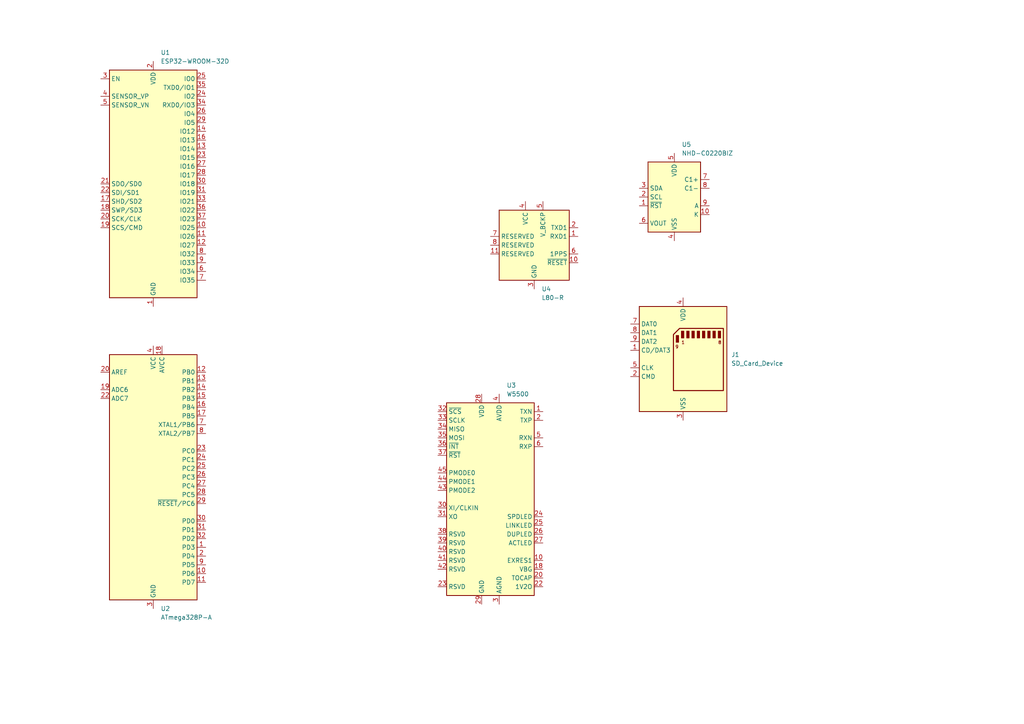
<source format=kicad_sch>
(kicad_sch (version 20250114) (generator "eeschema") (generator_version "9.0")
  (paper "A4")
  (lib_symbols
    (symbol "Connector:SD_Card_Device"
      (property "Reference" "J" (at -11.938 17.018 0))
      (property "Value" "SD_Card_Device" (at 9.144 -17.272 0))
      (symbol "SD_Card_Device_0_1"
        (rectangle (start -2.032 6.858) (end -1.27 4.826) (fill (type outline)))
        (rectangle (start -0.508 8.128) (end 0.254 6.096) (fill (type outline)))
        (rectangle (start 1.016 8.128) (end 1.778 6.096) (fill (type outline)))
        (rectangle (start 2.54 8.128) (end 3.302 6.096) (fill (type outline)))
        (rectangle (start 4.064 8.128) (end 4.826 6.096) (fill (type outline)))
        (rectangle (start 5.588 8.128) (end 6.35 6.096) (fill (type outline)))
        (rectangle (start 7.112 8.128) (end 7.874 6.096) (fill (type outline)))
        (rectangle (start 8.636 8.128) (end 9.398 6.096) (fill (type outline)))
        (rectangle (start 10.16 8.128) (end 10.922 6.096) (fill (type outline)))
      )
      (symbol "SD_Card_Device_1_1"
        (rectangle (start -12.7 15.24) (end 12.7 -15.24) (stroke (width 0.254)) (fill (type background)))
        (polyline (pts (xy -1.016 8.89) (xy 11.684 8.89) (xy 11.684 -9.144) (xy -2.794 -9.144) (xy -2.794 7.112) (xy -1.016 8.89)) (stroke (width 0.3)))
        (text "9" (at -1.778 3.556 0) (effects (font (size 0.9 0.9))))
        (text "1" (at 0 4.826 0) (effects (font (size 0.9 0.9))))
        (text "8" (at 10.668 4.826 0) (effects (font (size 0.9 0.9))))
        (pin bidirectional line (at -15.24 10.16 0) (length 2.54) (name "DAT0") (number "7"))
        (pin bidirectional line (at -15.24 7.62 0) (length 2.54) (name "DAT1") (number "8"))
        (pin bidirectional line (at -15.24 5.08 0) (length 2.54) (name "DAT2") (number "9"))
        (pin bidirectional line (at -15.24 2.54 0) (length 2.54) (name "CD/DAT3") (number "1"))
        (pin input line (at -15.24 -2.54 0) (length 2.54) (name "CLK") (number "5"))
        (pin bidirectional line (at -15.24 -5.08 0) (length 2.54) (name "CMD") (number "2"))
        (pin power_in line (at 0 17.78 270) (length 2.54) (name "VDD") (number "4"))
        (pin power_in line (at 0 -17.78 90) (length 2.54) (name "VSS") (number "3"))
        (pin passive line (at 0 -17.78 90) (length 2.54) (hide yes) (name "VSS") (number "6"))
      )
    )
    (symbol "Display_Character:NHD-C0220BIZ"
      (property "Reference" "U" (at -6.35 11.43 0))
      (property "Value" "NHD-C0220BIZ" (at 8.89 11.43 0))
      (symbol "NHD-C0220BIZ_0_1"
        (rectangle (start -7.62 10.16) (end 7.62 -10.16) (stroke (width 0.254)) (fill (type background)))
      )
      (symbol "NHD-C0220BIZ_1_1"
        (pin bidirectional line (at -10.16 2.54 0) (length 2.54) (name "SDA") (number "3"))
        (pin input line (at -10.16 0 0) (length 2.54) (name "SCL") (number "2"))
        (pin input line (at -10.16 -2.54 0) (length 2.54) (name "~{RST}") (number "1"))
        (pin passive line (at -10.16 -7.62 0) (length 2.54) (name "VOUT") (number "6"))
        (pin power_in line (at 0 12.7 270) (length 2.54) (name "VDD") (number "5"))
        (pin power_in line (at 0 -12.7 90) (length 2.54) (name "VSS") (number "4"))
        (pin passive line (at 10.16 5.08 180) (length 2.54) (name "C1+") (number "7"))
        (pin passive line (at 10.16 2.54 180) (length 2.54) (name "C1-") (number "8"))
        (pin passive line (at 10.16 -2.54 180) (length 2.54) (name "A") (number "9"))
        (pin passive line (at 10.16 -5.08 180) (length 2.54) (name "K") (number "10"))
      )
    )
    (symbol "Interface_Ethernet:W5500"
      (property "Reference" "U" (at -11.43 29.21 0))
      (property "Value" "W5500" (at 8.89 29.21 0))
      (symbol "W5500_0_1"
        (rectangle (start -12.7 27.94) (end 12.7 -27.94) (stroke (width 0.254)) (fill (type background)))
      )
      (symbol "W5500_1_1"
        (pin input line (at -15.24 25.4 0) (length 2.54) (name "~{SCS}") (number "32"))
        (pin input line (at -15.24 22.86 0) (length 2.54) (name "SCLK") (number "33"))
        (pin output line (at -15.24 20.32 0) (length 2.54) (name "MISO") (number "34"))
        (pin input line (at -15.24 17.78 0) (length 2.54) (name "MOSI") (number "35"))
        (pin input line (at -15.24 15.24 0) (length 2.54) (name "~{INT}") (number "36"))
        (pin input line (at -15.24 12.7 0) (length 2.54) (name "~{RST}") (number "37"))
        (pin input line (at -15.24 7.62 0) (length 2.54) (name "PMODE0") (number "45"))
        (pin input line (at -15.24 5.08 0) (length 2.54) (name "PMODE1") (number "44"))
        (pin input line (at -15.24 2.54 0) (length 2.54) (name "PMODE2") (number "43"))
        (pin input line (at -15.24 -2.54 0) (length 2.54) (name "XI/CLKIN") (number "30"))
        (pin output line (at -15.24 -5.08 0) (length 2.54) (name "XO") (number "31"))
        (pin input line (at -15.24 -10.16 0) (length 2.54) (name "RSVD") (number "38"))
        (pin input line (at -15.24 -12.7 0) (length 2.54) (name "RSVD") (number "39"))
        (pin input line (at -15.24 -15.24 0) (length 2.54) (name "RSVD") (number "40"))
        (pin input line (at -15.24 -17.78 0) (length 2.54) (name "RSVD") (number "41"))
        (pin input line (at -15.24 -20.32 0) (length 2.54) (name "RSVD") (number "42"))
        (pin input line (at -15.24 -25.4 0) (length 2.54) (name "RSVD") (number "23"))
        (pin power_in line (at -2.54 30.48 270) (length 2.54) (name "VDD") (number "28"))
        (pin power_in line (at -2.54 -30.48 90) (length 2.54) (name "GND") (number "29"))
        (pin passive line (at 2.54 30.48 270) (length 2.54) (hide yes) (name "AVDD") (number "11"))
        (pin passive line (at 2.54 30.48 270) (length 2.54) (hide yes) (name "AVDD") (number "15"))
        (pin passive line (at 2.54 30.48 270) (length 2.54) (hide yes) (name "AVDD") (number "17"))
        (pin passive line (at 2.54 30.48 270) (length 2.54) (hide yes) (name "AVDD") (number "21"))
        (pin power_in line (at 2.54 30.48 270) (length 2.54) (name "AVDD") (number "4"))
        (pin passive line (at 2.54 30.48 270) (length 2.54) (hide yes) (name "AVDD") (number "8"))
        (pin passive line (at 2.54 -30.48 90) (length 2.54) (hide yes) (name "AGND") (number "14"))
        (pin passive line (at 2.54 -30.48 90) (length 2.54) (hide yes) (name "AGND") (number "16"))
        (pin passive line (at 2.54 -30.48 90) (length 2.54) (hide yes) (name "AGND") (number "19"))
        (pin power_in line (at 2.54 -30.48 90) (length 2.54) (name "AGND") (number "3"))
        (pin passive line (at 2.54 -30.48 90) (length 2.54) (hide yes) (name "AGND") (number "48"))
        (pin passive line (at 2.54 -30.48 90) (length 2.54) (hide yes) (name "AGND") (number "9"))
        (pin no_connect line (at 12.7 10.16 180) (length 2.54) (hide yes) (name "DNC") (number "7"))
        (pin no_connect line (at 12.7 7.62 180) (length 2.54) (hide yes) (name "NC") (number "12"))
        (pin no_connect line (at 12.7 5.08 180) (length 2.54) (hide yes) (name "NC") (number "13"))
        (pin no_connect line (at 12.7 2.54 180) (length 2.54) (hide yes) (name "NC") (number "46"))
        (pin no_connect line (at 12.7 0 180) (length 2.54) (hide yes) (name "NC") (number "47"))
        (pin output line (at 15.24 25.4 180) (length 2.54) (name "TXN") (number "1"))
        (pin output line (at 15.24 22.86 180) (length 2.54) (name "TXP") (number "2"))
        (pin input line (at 15.24 17.78 180) (length 2.54) (name "RXN") (number "5"))
        (pin input line (at 15.24 15.24 180) (length 2.54) (name "RXP") (number "6"))
        (pin output line (at 15.24 -5.08 180) (length 2.54) (name "SPDLED") (number "24"))
        (pin output line (at 15.24 -7.62 180) (length 2.54) (name "LINKLED") (number "25"))
        (pin output line (at 15.24 -10.16 180) (length 2.54) (name "DUPLED") (number "26"))
        (pin output line (at 15.24 -12.7 180) (length 2.54) (name "ACTLED") (number "27"))
        (pin passive line (at 15.24 -17.78 180) (length 2.54) (name "EXRES1") (number "10"))
        (pin passive line (at 15.24 -20.32 180) (length 2.54) (name "VBG") (number "18"))
        (pin passive line (at 15.24 -22.86 180) (length 2.54) (name "TOCAP") (number "20"))
        (pin output line (at 15.24 -25.4 180) (length 2.54) (name "1V2O") (number "22"))
      )
    )
    (symbol "MCU_Microchip_ATmega:ATmega328P-A"
      (property "Reference" "U" (at -12.7 36.83 0))
      (property "Value" "ATmega328P-A" (at 2.54 -36.83 0))
      (symbol "ATmega328P-A_0_1"
        (rectangle (start -12.7 -35.56) (end 12.7 35.56) (stroke (width 0.254)) (fill (type background)))
      )
      (symbol "ATmega328P-A_1_1"
        (pin passive line (at -15.24 30.48 0) (length 2.54) (name "AREF") (number "20"))
        (pin input line (at -15.24 25.4 0) (length 2.54) (name "ADC6") (number "19"))
        (pin input line (at -15.24 22.86 0) (length 2.54) (name "ADC7") (number "22"))
        (pin power_in line (at 0 38.1 270) (length 2.54) (name "VCC") (number "4"))
        (pin passive line (at 0 38.1 270) (length 2.54) (hide yes) (name "VCC") (number "6"))
        (pin passive line (at 0 -38.1 90) (length 2.54) (hide yes) (name "GND") (number "21"))
        (pin power_in line (at 0 -38.1 90) (length 2.54) (name "GND") (number "3"))
        (pin passive line (at 0 -38.1 90) (length 2.54) (hide yes) (name "GND") (number "5"))
        (pin power_in line (at 2.54 38.1 270) (length 2.54) (name "AVCC") (number "18"))
        (pin bidirectional line (at 15.24 30.48 180) (length 2.54) (name "PB0") (number "12"))
        (pin bidirectional line (at 15.24 27.94 180) (length 2.54) (name "PB1") (number "13"))
        (pin bidirectional line (at 15.24 25.4 180) (length 2.54) (name "PB2") (number "14"))
        (pin bidirectional line (at 15.24 22.86 180) (length 2.54) (name "PB3") (number "15"))
        (pin bidirectional line (at 15.24 20.32 180) (length 2.54) (name "PB4") (number "16"))
        (pin bidirectional line (at 15.24 17.78 180) (length 2.54) (name "PB5") (number "17"))
        (pin bidirectional line (at 15.24 15.24 180) (length 2.54) (name "XTAL1/PB6") (number "7"))
        (pin bidirectional line (at 15.24 12.7 180) (length 2.54) (name "XTAL2/PB7") (number "8"))
        (pin bidirectional line (at 15.24 7.62 180) (length 2.54) (name "PC0") (number "23"))
        (pin bidirectional line (at 15.24 5.08 180) (length 2.54) (name "PC1") (number "24"))
        (pin bidirectional line (at 15.24 2.54 180) (length 2.54) (name "PC2") (number "25"))
        (pin bidirectional line (at 15.24 0 180) (length 2.54) (name "PC3") (number "26"))
        (pin bidirectional line (at 15.24 -2.54 180) (length 2.54) (name "PC4") (number "27"))
        (pin bidirectional line (at 15.24 -5.08 180) (length 2.54) (name "PC5") (number "28"))
        (pin bidirectional line (at 15.24 -7.62 180) (length 2.54) (name "~{RESET}/PC6") (number "29"))
        (pin bidirectional line (at 15.24 -12.7 180) (length 2.54) (name "PD0") (number "30"))
        (pin bidirectional line (at 15.24 -15.24 180) (length 2.54) (name "PD1") (number "31"))
        (pin bidirectional line (at 15.24 -17.78 180) (length 2.54) (name "PD2") (number "32"))
        (pin bidirectional line (at 15.24 -20.32 180) (length 2.54) (name "PD3") (number "1"))
        (pin bidirectional line (at 15.24 -22.86 180) (length 2.54) (name "PD4") (number "2"))
        (pin bidirectional line (at 15.24 -25.4 180) (length 2.54) (name "PD5") (number "9"))
        (pin bidirectional line (at 15.24 -27.94 180) (length 2.54) (name "PD6") (number "10"))
        (pin bidirectional line (at 15.24 -30.48 180) (length 2.54) (name "PD7") (number "11"))
      )
    )
    (symbol "RF_GPS:L80-R"
      (property "Reference" "U" (at -10.16 11.43 0))
      (property "Value" "L80-R" (at 10.16 11.43 0))
      (symbol "L80-R_0_1"
        (rectangle (start -10.16 10.16) (end 10.16 -10.16) (stroke (width 0.254)) (fill (type background)))
      )
      (symbol "L80-R_1_1"
        (pin passive line (at -12.7 2.54 0) (length 2.54) (name "RESERVED") (number "7"))
        (pin passive line (at -12.7 0 0) (length 2.54) (name "RESERVED") (number "8"))
        (pin passive line (at -12.7 -2.54 0) (length 2.54) (name "RESERVED") (number "11"))
        (pin power_in line (at -2.54 12.7 270) (length 2.54) (name "VCC") (number "4"))
        (pin passive line (at 0 -12.7 90) (length 2.54) (hide yes) (name "GND") (number "12"))
        (pin power_in line (at 0 -12.7 90) (length 2.54) (name "GND") (number "3"))
        (pin power_in line (at 2.54 12.7 270) (length 2.54) (name "V_BCKP") (number "5"))
        (pin no_connect line (at 10.16 0 180) (length 2.54) (hide yes) (name "NC") (number "9"))
        (pin output line (at 12.7 5.08 180) (length 2.54) (name "TXD1") (number "2"))
        (pin input line (at 12.7 2.54 180) (length 2.54) (name "RXD1") (number "1"))
        (pin output line (at 12.7 -2.54 180) (length 2.54) (name "1PPS") (number "6"))
        (pin input line (at 12.7 -5.08 180) (length 2.54) (name "~{RESET}") (number "10"))
      )
    )
    (symbol "RF_Module:ESP32-WROOM-32D"
      (property "Reference" "U" (at -12.7 34.29 0))
      (property "Value" "ESP32-WROOM-32D" (at 1.27 34.29 0))
      (symbol "ESP32-WROOM-32D_0_1"
        (rectangle (start -12.7 33.02) (end 12.7 -33.02) (stroke (width 0.254)) (fill (type background)))
      )
      (symbol "ESP32-WROOM-32D_1_1"
        (pin input line (at -15.24 30.48 0) (length 2.54) (name "EN") (number "3"))
        (pin input line (at -15.24 25.4 0) (length 2.54) (name "SENSOR_VP") (number "4"))
        (pin input line (at -15.24 22.86 0) (length 2.54) (name "SENSOR_VN") (number "5"))
        (pin bidirectional line (at -15.24 0 0) (length 2.54) (name "SDO/SD0") (number "21"))
        (pin bidirectional line (at -15.24 -2.54 0) (length 2.54) (name "SDI/SD1") (number "22"))
        (pin bidirectional line (at -15.24 -5.08 0) (length 2.54) (name "SHD/SD2") (number "17"))
        (pin bidirectional line (at -15.24 -7.62 0) (length 2.54) (name "SWP/SD3") (number "18"))
        (pin bidirectional line (at -15.24 -10.16 0) (length 2.54) (name "SCK/CLK") (number "20"))
        (pin bidirectional line (at -15.24 -12.7 0) (length 2.54) (name "SCS/CMD") (number "19"))
        (pin no_connect line (at -12.7 -27.94 0) (length 2.54) (hide yes) (name "NC") (number "32"))
        (pin power_in line (at 0 35.56 270) (length 2.54) (name "VDD") (number "2"))
        (pin power_in line (at 0 -35.56 90) (length 2.54) (name "GND") (number "1"))
        (pin passive line (at 0 -35.56 90) (length 2.54) (hide yes) (name "GND") (number "15"))
        (pin passive line (at 0 -35.56 90) (length 2.54) (hide yes) (name "GND") (number "38"))
        (pin passive line (at 0 -35.56 90) (length 2.54) (hide yes) (name "GND") (number "39"))
        (pin bidirectional line (at 15.24 30.48 180) (length 2.54) (name "IO0") (number "25"))
        (pin bidirectional line (at 15.24 27.94 180) (length 2.54) (name "TXD0/IO1") (number "35"))
        (pin bidirectional line (at 15.24 25.4 180) (length 2.54) (name "IO2") (number "24"))
        (pin bidirectional line (at 15.24 22.86 180) (length 2.54) (name "RXD0/IO3") (number "34"))
        (pin bidirectional line (at 15.24 20.32 180) (length 2.54) (name "IO4") (number "26"))
        (pin bidirectional line (at 15.24 17.78 180) (length 2.54) (name "IO5") (number "29"))
        (pin bidirectional line (at 15.24 15.24 180) (length 2.54) (name "IO12") (number "14"))
        (pin bidirectional line (at 15.24 12.7 180) (length 2.54) (name "IO13") (number "16"))
        (pin bidirectional line (at 15.24 10.16 180) (length 2.54) (name "IO14") (number "13"))
        (pin bidirectional line (at 15.24 7.62 180) (length 2.54) (name "IO15") (number "23"))
        (pin bidirectional line (at 15.24 5.08 180) (length 2.54) (name "IO16") (number "27"))
        (pin bidirectional line (at 15.24 2.54 180) (length 2.54) (name "IO17") (number "28"))
        (pin bidirectional line (at 15.24 0 180) (length 2.54) (name "IO18") (number "30"))
        (pin bidirectional line (at 15.24 -2.54 180) (length 2.54) (name "IO19") (number "31"))
        (pin bidirectional line (at 15.24 -5.08 180) (length 2.54) (name "IO21") (number "33"))
        (pin bidirectional line (at 15.24 -7.62 180) (length 2.54) (name "IO22") (number "36"))
        (pin bidirectional line (at 15.24 -10.16 180) (length 2.54) (name "IO23") (number "37"))
        (pin bidirectional line (at 15.24 -12.7 180) (length 2.54) (name "IO25") (number "10"))
        (pin bidirectional line (at 15.24 -15.24 180) (length 2.54) (name "IO26") (number "11"))
        (pin bidirectional line (at 15.24 -17.78 180) (length 2.54) (name "IO27") (number "12"))
        (pin bidirectional line (at 15.24 -20.32 180) (length 2.54) (name "IO32") (number "8"))
        (pin bidirectional line (at 15.24 -22.86 180) (length 2.54) (name "IO33") (number "9"))
        (pin input line (at 15.24 -25.4 180) (length 2.54) (name "IO34") (number "6"))
        (pin input line (at 15.24 -27.94 180) (length 2.54) (name "IO35") (number "7"))
      )
    )
  )
  (symbol (lib_id "Display_Character:NHD-C0220BIZ") (at 195.58 57.15 0) (unit 1)
    (property "Reference" "U5" (at 197.7233 41.91 0) (effects (justify left)))
    (property "Value" "NHD-C0220BIZ" (at 197.7233 44.45 0) (effects (justify left)))
    (property "Footprint" "Display:NHD-C0220BiZ" (effects (hide yes)))
    (property "Datasheet" "http://www.newhavendisplay.com/specs/NHD-C0220BiZ-FSW-FBW-3V3M.pdf" (effects (hide yes)))
    (property "Description" "LCD 20x2 Alphanumeric 10pin Blue/White/Green Backlight, i2c, 3.3V VDD" (effects (hide yes)))
  )
  (symbol (lib_id "Connector:SD_Card_Device") (at 198.12 104.14 0) (unit 1)
    (property "Reference" "J1" (at 212.09 102.8699 0) (effects (justify left)))
    (property "Value" "SD_Card_Device" (at 212.09 105.4099 0) (effects (justify left)))
    (property "Datasheet" "http://www.convict.lu/pdf/ProdManualSDCardv1.9.pdf" (effects (hide yes)))
    (property "Description" "SD card device/card" (effects (hide yes)))
  )
  (symbol (lib_id "RF_Module:ESP32-WROOM-32D") (at 44.45 53.34 0) (unit 1)
    (property "Reference" "U1" (at 46.5933 15.24 0) (effects (justify left)))
    (property "Value" "ESP32-WROOM-32D" (at 46.5933 17.78 0) (effects (justify left)))
    (property "Footprint" "RF_Module:ESP32-WROOM-32D" (effects (hide yes)))
    (property "Datasheet" "https://www.espressif.com/sites/default/files/documentation/esp32-wroom-32d_esp32-wroom-32u_datasheet_en.pdf" (effects (hide yes)))
    (property "Description" "RF Module, ESP32-D0WD SoC, Wi-Fi 802.11b/g/n, Bluetooth, BLE, 32-bit, 2.7-3.6V, onboard antenna, SMD" (effects (hide yes)))
  )
  (symbol (lib_id "MCU_Microchip_ATmega:ATmega328P-A") (at 44.45 138.43 0) (unit 1)
    (property "Reference" "U2" (at 46.5933 176.53 0) (effects (justify left)))
    (property "Value" "ATmega328P-A" (at 46.5933 179.07 0) (effects (justify left)))
    (property "Footprint" "Package_QFP:TQFP-32_7x7mm_P0.8mm" (effects (hide yes)))
    (property "Datasheet" "http://ww1.microchip.com/downloads/en/DeviceDoc/ATmega328_P%20AVR%20MCU%20with%20picoPower%20Technology%20Data%20Sheet%2040001984A.pdf" (effects (hide yes)))
    (property "Description" "20MHz, 32kB Flash, 2kB SRAM, 1kB EEPROM, TQFP-32" (effects (hide yes)))
  )
  (symbol (lib_id "Interface_Ethernet:W5500") (at 142.24 144.78 0) (unit 1)
    (property "Reference" "U3" (at 146.9233 111.76 0) (effects (justify left)))
    (property "Value" "W5500" (at 146.9233 114.3 0) (effects (justify left)))
    (property "Footprint" "Package_QFP:LQFP-48_7x7mm_P0.5mm" (effects (hide yes)))
    (property "Datasheet" "http://wizwiki.net/wiki/lib/exe/fetch.php/products:w5500:w5500_ds_v109e.pdf" (effects (hide yes)))
    (property "Description" "10/100Mb SPI Ethernet controller with TCP/IP stack, LQFP-48" (effects (hide yes)))
  )
  (symbol (lib_id "RF_GPS:L80-R") (at 154.94 71.12 0) (unit 1)
    (property "Reference" "U4" (at 157.0833 83.82 0) (effects (justify left)))
    (property "Value" "L80-R" (at 157.0833 86.36 0) (effects (justify left)))
    (property "Footprint" "RF_GPS:Quectel_L80-R" (effects (hide yes)))
    (property "Datasheet" "https://www.quectel.com/UploadImage/Downlad/Quectel_L80-R_Hardware_Design_V1.2.pdf" (effects (hide yes)))
    (property "Description" "Quectel GPS Module" (effects (hide yes)))
  )
)
</source>
